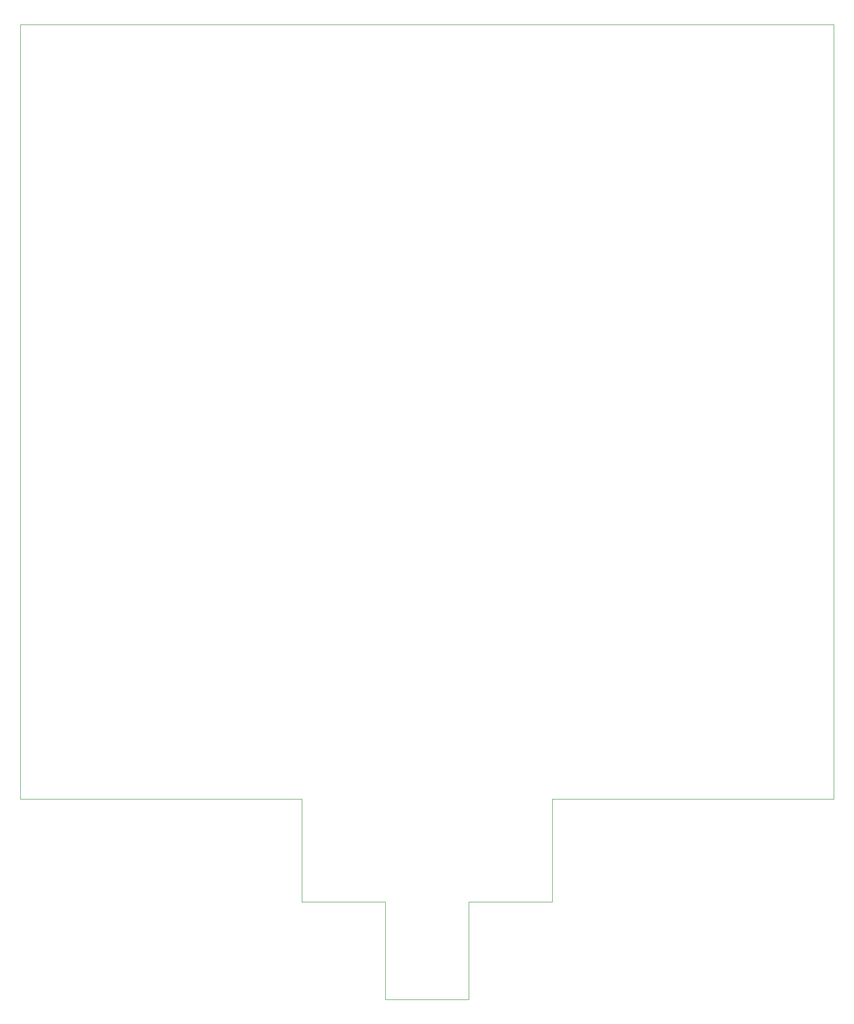
<source format=gm1>
%TF.GenerationSoftware,KiCad,Pcbnew,9.0.0*%
%TF.CreationDate,2025-03-15T21:37:14+01:00*%
%TF.ProjectId,DMH_Dual_VCF_Diode_Ladder_Mk2_PCB_2,444d485f-4475-4616-9c5f-5643465f4469,1*%
%TF.SameCoordinates,Original*%
%TF.FileFunction,Profile,NP*%
%FSLAX46Y46*%
G04 Gerber Fmt 4.6, Leading zero omitted, Abs format (unit mm)*
G04 Created by KiCad (PCBNEW 9.0.0) date 2025-03-15 21:37:14*
%MOMM*%
%LPD*%
G01*
G04 APERTURE LIST*
%TA.AperFunction,Profile*%
%ADD10C,0.050000*%
%TD*%
G04 APERTURE END LIST*
D10*
X122500000Y-200000000D02*
X122500000Y-181500000D01*
X77500000Y-200000000D02*
X92500000Y-200000000D01*
X27000000Y-181500000D02*
X77500000Y-181500000D01*
X92500000Y-200000000D02*
X92500000Y-217500000D01*
X173000000Y-42500000D02*
X27000000Y-42500000D01*
X173000000Y-181500000D02*
X173000000Y-42500000D01*
X92500000Y-217500000D02*
X107500000Y-217500000D01*
X122500000Y-181500000D02*
X173000000Y-181500000D01*
X107500000Y-200000000D02*
X122500000Y-200000000D01*
X107500000Y-217500000D02*
X107500000Y-200000000D01*
X77500000Y-181500000D02*
X77500000Y-200000000D01*
X27000000Y-42500000D02*
X27000000Y-181500000D01*
M02*

</source>
